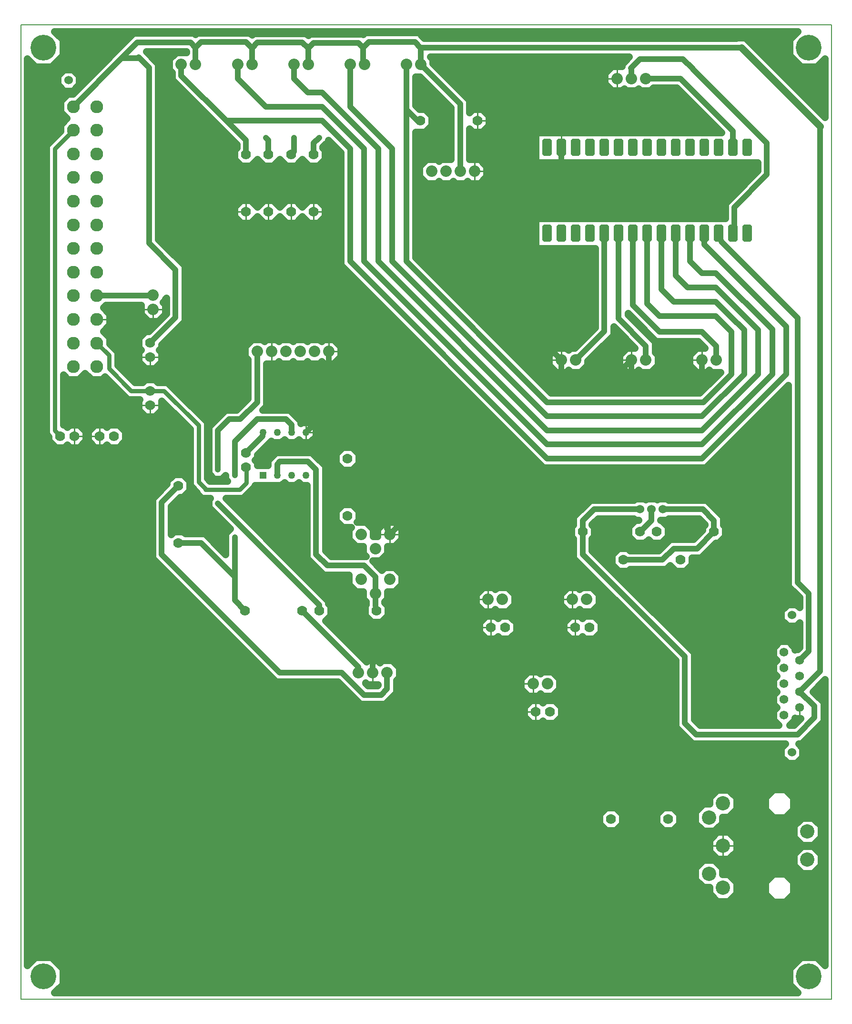
<source format=gbr>
G04 PROTEUS GERBER X2 FILE*
%TF.GenerationSoftware,Labcenter,Proteus,8.13-SP0-Build31525*%
%TF.CreationDate,2025-10-26T19:34:57+00:00*%
%TF.FileFunction,Copper,L2,Bot*%
%TF.FilePolarity,Positive*%
%TF.Part,Single*%
%TF.SameCoordinates,{9d0e3b42-97eb-446b-a350-d4abe811863b}*%
%FSLAX45Y45*%
%MOMM*%
G01*
%TA.AperFunction,Conductor*%
%ADD10C,1.016000*%
%ADD11C,1.270000*%
%ADD12C,0.762000*%
%TA.AperFunction,ViaPad*%
%ADD13C,0.762000*%
%TA.AperFunction,Conductor*%
%ADD14C,0.254000*%
%AMDIL005*
4,1,8,
-0.860000,1.195200,-0.555200,1.500000,0.555200,1.500000,0.860000,1.195200,0.860000,-1.195200,
0.555200,-1.500000,-0.555200,-1.500000,-0.860000,-1.195200,-0.860000,1.195200,
0*%
%TA.AperFunction,ComponentPad*%
%ADD15DIL005*%
%TA.AperFunction,ComponentPad*%
%ADD16C,2.032000*%
%ADD17C,1.778000*%
%TA.AperFunction,ComponentPad*%
%ADD18C,1.574800*%
%ADD19C,1.524000*%
%TA.AperFunction,ComponentPad*%
%ADD70R,1.270000X1.270000*%
%ADD71C,1.270000*%
%TA.AperFunction,ComponentPad*%
%ADD20C,2.540000*%
%TA.AperFunction,ComponentPad*%
%ADD21C,2.286000*%
%TA.AperFunction,OtherPad,Unknown*%
%ADD22C,4.572000*%
%TA.AperFunction,Profile*%
%ADD23C,0.203200*%
%TD.AperFunction*%
G36*
X+13057101Y+1942033D02*
X+13057101Y+1657967D01*
X+13257967Y+1457101D01*
X+13542033Y+1457101D01*
X+13688240Y+1603308D01*
X+13688240Y+563204D01*
X+12273646Y+1977798D01*
X+12126354Y+1977798D01*
X+12113655Y+1965099D01*
X+6568385Y+1965099D01*
X+6468385Y+2065099D01*
X+5511615Y+2065099D01*
X+5480000Y+2033484D01*
X+5468385Y+2045099D01*
X+4531615Y+2045099D01*
X+4504000Y+2017484D01*
X+4468385Y+2053099D01*
X+3531615Y+2053099D01*
X+3504000Y+2025484D01*
X+3468385Y+2061099D01*
X+2531614Y+2061099D01*
X+2504000Y+2033484D01*
X+2482284Y+2055200D01*
X+1401716Y+2055200D01*
X+325115Y+978599D01*
X+235311Y+978599D01*
X+101401Y+844689D01*
X+101401Y+655311D01*
X+216712Y+540000D01*
X+101401Y+424689D01*
X+101401Y+316925D01*
X-152399Y+63125D01*
X-152399Y-5063125D01*
X-103199Y-5112325D01*
X-103199Y-5184168D01*
X+15832Y-5303199D01*
X+184168Y-5303199D01*
X+227000Y-5260367D01*
X+269832Y-5303199D01*
X+438168Y-5303199D01*
X+557199Y-5184168D01*
X+557199Y-5015832D01*
X+438168Y-4896801D01*
X+269832Y-4896801D01*
X+227000Y-4939633D01*
X+184168Y-4896801D01*
X+152399Y-4896801D01*
X+152399Y-4015693D01*
X+235311Y-4098605D01*
X+424689Y-4098605D01*
X+540000Y-3983294D01*
X+655311Y-4098605D01*
X+844689Y-4098605D01*
X+895094Y-4048200D01*
X+1295294Y-4448399D01*
X+1514234Y-4448399D01*
X+1496801Y-4465832D01*
X+1496801Y-4634168D01*
X+1615832Y-4753199D01*
X+1784168Y-4753199D01*
X+1903199Y-4634168D01*
X+1903199Y-4473177D01*
X+2403309Y-4973287D01*
X+2403309Y-5979197D01*
X+2525520Y-6101408D01*
X+2525520Y-6117923D01*
X+2614794Y-6207197D01*
X+2759319Y-6207197D01*
X+2734902Y-6231614D01*
X+2734902Y-6368386D01*
X+3116516Y-6750000D01*
X+3034901Y-6831614D01*
X+3034901Y-7201417D01*
X+2668385Y-6834901D01*
X+2322268Y-6834901D01*
X+2284168Y-6796801D01*
X+2115832Y-6796801D01*
X+2065099Y-6847534D01*
X+2065099Y-6352385D01*
X+2230285Y-6187199D01*
X+2284168Y-6187199D01*
X+2403199Y-6068168D01*
X+2403199Y-5899832D01*
X+2284168Y-5780801D01*
X+2115832Y-5780801D01*
X+1996801Y-5899832D01*
X+1996801Y-5953715D01*
X+1734901Y-6215615D01*
X+1734901Y-7268385D01*
X+3931615Y-9465099D01*
X+5031615Y-9465099D01*
X+5431615Y-9865099D01*
X+5868385Y-9865099D01*
X+6073099Y-9660385D01*
X+6073099Y-9440228D01*
X+6123899Y-9389428D01*
X+6123899Y-9210572D01*
X+5997428Y-9084101D01*
X+5818572Y-9084101D01*
X+5781000Y-9121673D01*
X+5743428Y-9084101D01*
X+5564572Y-9084101D01*
X+5541078Y-9107594D01*
X+4810426Y-8376942D01*
X+4903199Y-8284168D01*
X+4903199Y-8115832D01*
X+4865099Y-8077732D01*
X+4865099Y-8031615D01*
X+3040681Y-6207197D01*
X+3348794Y-6207197D01*
X+3560279Y-5995712D01*
X+3560279Y-5977799D01*
X+3877799Y-5977799D01*
X+3877799Y-5975245D01*
X+3880353Y-5977799D01*
X+4027647Y-5977799D01*
X+4081000Y-5924446D01*
X+4134353Y-5977799D01*
X+4281647Y-5977799D01*
X+4335000Y-5924446D01*
X+4388353Y-5977799D01*
X+4480901Y-5977799D01*
X+4480901Y-7268385D01*
X+4777615Y-7565099D01*
X+5230101Y-7565099D01*
X+5230101Y-7735428D01*
X+5356572Y-7861899D01*
X+5484101Y-7861899D01*
X+5484101Y-7989428D01*
X+5534901Y-8040228D01*
X+5534901Y-8093732D01*
X+5512801Y-8115832D01*
X+5512801Y-8284168D01*
X+5631832Y-8403199D01*
X+5800168Y-8403199D01*
X+5919199Y-8284168D01*
X+5919199Y-8115832D01*
X+5865099Y-8061732D01*
X+5865099Y-8040228D01*
X+5915899Y-7989428D01*
X+5915899Y-7861899D01*
X+6043428Y-7861899D01*
X+6169899Y-7735428D01*
X+6169899Y-7556572D01*
X+6043428Y-7430101D01*
X+5864572Y-7430101D01*
X+5814078Y-7480594D01*
X+5649383Y-7315899D01*
X+5789428Y-7315899D01*
X+5915899Y-7189428D01*
X+5915899Y-7061899D01*
X+6043428Y-7061899D01*
X+6169899Y-6935428D01*
X+6169899Y-6756572D01*
X+6043428Y-6630101D01*
X+5864572Y-6630101D01*
X+5738101Y-6756572D01*
X+5738101Y-6884101D01*
X+5661899Y-6884101D01*
X+5661899Y-6756572D01*
X+5535428Y-6630101D01*
X+5373266Y-6630101D01*
X+5403199Y-6600168D01*
X+5403199Y-6431832D01*
X+5284168Y-6312801D01*
X+5115832Y-6312801D01*
X+4996801Y-6431832D01*
X+4996801Y-6600168D01*
X+5115832Y-6719199D01*
X+5267474Y-6719199D01*
X+5230101Y-6756572D01*
X+5230101Y-6935428D01*
X+5356572Y-7061899D01*
X+5484101Y-7061899D01*
X+5484101Y-7189428D01*
X+5529574Y-7234901D01*
X+4914385Y-7234901D01*
X+4811099Y-7131615D01*
X+4811099Y-5631615D01*
X+4568385Y-5388901D01*
X+3931615Y-5388901D01*
X+3788901Y-5531615D01*
X+3788901Y-5622201D01*
X+3603199Y-5622201D01*
X+3603199Y-5569832D01*
X+3560367Y-5527000D01*
X+3603199Y-5484168D01*
X+3603199Y-5430285D01*
X+3849019Y-5184465D01*
X+3880353Y-5215799D01*
X+4027647Y-5215799D01*
X+4081000Y-5162446D01*
X+4134353Y-5215799D01*
X+4281647Y-5215799D01*
X+4335000Y-5162446D01*
X+4388353Y-5215799D01*
X+4535647Y-5215799D01*
X+4639799Y-5111647D01*
X+4639799Y-4964353D01*
X+4535647Y-4860201D01*
X+4388353Y-4860201D01*
X+4373099Y-4875455D01*
X+4373099Y-4831615D01*
X+4176385Y-4634901D01*
X+3698584Y-4634901D01*
X+3765099Y-4568386D01*
X+3765099Y-3815899D01*
X+3943428Y-3815899D01*
X+3981000Y-3778327D01*
X+4018572Y-3815899D01*
X+4197428Y-3815899D01*
X+4235000Y-3778327D01*
X+4272572Y-3815899D01*
X+4451428Y-3815899D01*
X+4489000Y-3778327D01*
X+4526572Y-3815899D01*
X+4705428Y-3815899D01*
X+4743000Y-3778327D01*
X+4780572Y-3815899D01*
X+4959428Y-3815899D01*
X+5085899Y-3689428D01*
X+5085899Y-3510572D01*
X+4959428Y-3384101D01*
X+4780572Y-3384101D01*
X+4743000Y-3421673D01*
X+4705428Y-3384101D01*
X+4526572Y-3384101D01*
X+4489000Y-3421673D01*
X+4451428Y-3384101D01*
X+4272572Y-3384101D01*
X+4235000Y-3421673D01*
X+4197428Y-3384101D01*
X+4018572Y-3384101D01*
X+3981000Y-3421673D01*
X+3943428Y-3384101D01*
X+3764572Y-3384101D01*
X+3727000Y-3421673D01*
X+3689428Y-3384101D01*
X+3510572Y-3384101D01*
X+3384101Y-3510572D01*
X+3384101Y-3689428D01*
X+3434901Y-3740228D01*
X+3434901Y-4431615D01*
X+3231615Y-4634901D01*
X+3031615Y-4634901D01*
X+2734901Y-4931615D01*
X+2734901Y-5768386D01*
X+2831614Y-5865099D01*
X+2968386Y-5865099D01*
X+3034901Y-5798584D01*
X+3034901Y-5868386D01*
X+3068914Y-5902399D01*
X+2757559Y-5902399D01*
X+2708107Y-5852947D01*
X+2708107Y-4847037D01*
X+2004671Y-4143601D01*
X+1834968Y-4143601D01*
X+1784168Y-4092801D01*
X+1615832Y-4092801D01*
X+1565032Y-4143601D01*
X+1421544Y-4143601D01*
X+1119370Y-3841427D01*
X+1119370Y-3603846D01*
X+978599Y-3463075D01*
X+978599Y-3355311D01*
X+863288Y-3240000D01*
X+978599Y-3124689D01*
X+978599Y-2935311D01*
X+863288Y-2820000D01*
X+908189Y-2775099D01*
X+1534101Y-2775099D01*
X+1534101Y-2939428D01*
X+1660572Y-3065899D01*
X+1839428Y-3065899D01*
X+1965899Y-2939428D01*
X+1965899Y-2760572D01*
X+1928327Y-2723000D01*
X+1965899Y-2685428D01*
X+1965899Y-2667585D01*
X+1983705Y-2649779D01*
X+1983705Y-2928811D01*
X+1669715Y-3242801D01*
X+1615832Y-3242801D01*
X+1496801Y-3361832D01*
X+1496801Y-3530168D01*
X+1539633Y-3573000D01*
X+1496801Y-3615832D01*
X+1496801Y-3784168D01*
X+1615832Y-3903199D01*
X+1784168Y-3903199D01*
X+1903199Y-3784168D01*
X+1903199Y-3615832D01*
X+1860367Y-3573000D01*
X+1903199Y-3530168D01*
X+1903199Y-3476285D01*
X+2313903Y-3065581D01*
X+2313903Y-2076857D01*
X+1844139Y-1607093D01*
X+1844139Y+1509835D01*
X+1628972Y+1725002D01*
X+2338901Y+1725002D01*
X+2338901Y+1715899D01*
X+2160572Y+1715899D01*
X+2034101Y+1589428D01*
X+2034101Y+1410572D01*
X+2084901Y+1359772D01*
X+2084901Y+1231614D01*
X+2181615Y+1134901D01*
X+3234901Y+81615D01*
X+3234901Y+22268D01*
X+3196801Y-15832D01*
X+3196801Y-184168D01*
X+3315832Y-303199D01*
X+3484168Y-303199D01*
X+3600000Y-187367D01*
X+3715832Y-303199D01*
X+3884168Y-303199D01*
X+4000000Y-187367D01*
X+4115832Y-303199D01*
X+4284168Y-303199D01*
X+4400000Y-187367D01*
X+4515832Y-303199D01*
X+4684168Y-303199D01*
X+4803199Y-184168D01*
X+4803199Y-15832D01*
X+4765099Y+22268D01*
X+4765099Y+31615D01*
X+4865098Y+131614D01*
X+4865098Y+151418D01*
X+5084901Y-68385D01*
X+5084901Y-2068385D01*
X+8681615Y-5665099D01*
X+11568385Y-5665099D01*
X+13034901Y-4198583D01*
X+13034901Y-7768385D01*
X+13234901Y-7968385D01*
X+13234901Y-8146295D01*
X+13178907Y-8090301D01*
X+13021093Y-8090301D01*
X+12909501Y-8201893D01*
X+12909501Y-8359707D01*
X+13021093Y-8471299D01*
X+13178907Y-8471299D01*
X+13234901Y-8415305D01*
X+13234901Y-8852215D01*
X+13199255Y-8887861D01*
X+13159741Y-8887861D01*
X+13153339Y-8894263D01*
X+13153339Y-8861241D01*
X+13040259Y-8748161D01*
X+12880341Y-8748161D01*
X+12767261Y-8861241D01*
X+12767261Y-9021159D01*
X+12827002Y-9080900D01*
X+12767261Y-9140641D01*
X+12767261Y-9300559D01*
X+12827002Y-9360300D01*
X+12767261Y-9420041D01*
X+12767261Y-9579959D01*
X+12827002Y-9639700D01*
X+12767261Y-9699441D01*
X+12767261Y-9859359D01*
X+12827002Y-9919100D01*
X+12767261Y-9978841D01*
X+12767261Y-10138759D01*
X+12863403Y-10234901D01*
X+11468385Y-10234901D01*
X+11365099Y-10131615D01*
X+11365099Y-8947615D01*
X+9549099Y-7131615D01*
X+9549099Y-6922268D01*
X+9587199Y-6884168D01*
X+9587199Y-6715832D01*
X+9549099Y-6677732D01*
X+9549099Y-6668385D01*
X+9652385Y-6565099D01*
X+10292493Y-6565099D01*
X+10317893Y-6590499D01*
X+10376017Y-6590499D01*
X+10369715Y-6596801D01*
X+10315832Y-6596801D01*
X+10196801Y-6715832D01*
X+10196801Y-6884168D01*
X+10315832Y-7003199D01*
X+10484168Y-7003199D01*
X+10550000Y-6937367D01*
X+10615832Y-7003199D01*
X+10784168Y-7003199D01*
X+10903199Y-6884168D01*
X+10903199Y-6715832D01*
X+10784168Y-6596801D01*
X+10765099Y-6596801D01*
X+10765099Y-6590499D01*
X+10882107Y-6590499D01*
X+10907507Y-6565099D01*
X+11447615Y-6565099D01*
X+11550901Y-6668385D01*
X+11550901Y-6677732D01*
X+11512801Y-6715832D01*
X+11512801Y-6769715D01*
X+11347615Y-6934901D01*
X+10931614Y-6934901D01*
X+10731615Y-7134901D01*
X+10222268Y-7134901D01*
X+10184168Y-7096801D01*
X+10015832Y-7096801D01*
X+9896801Y-7215832D01*
X+9896801Y-7384168D01*
X+10015832Y-7503199D01*
X+10184168Y-7503199D01*
X+10222268Y-7465099D01*
X+10868385Y-7465099D01*
X+10931058Y-7402426D01*
X+11031832Y-7503199D01*
X+11200168Y-7503199D01*
X+11319199Y-7384168D01*
X+11319199Y-7265099D01*
X+11484385Y-7265099D01*
X+11746285Y-7003199D01*
X+11800168Y-7003199D01*
X+11919199Y-6884168D01*
X+11919199Y-6715832D01*
X+11881099Y-6677732D01*
X+11881099Y-6531615D01*
X+11584385Y-6234901D01*
X+10907507Y-6234901D01*
X+10882107Y-6209501D01*
X+10724293Y-6209501D01*
X+10701600Y-6232194D01*
X+10678907Y-6209501D01*
X+10521093Y-6209501D01*
X+10498400Y-6232194D01*
X+10475707Y-6209501D01*
X+10317893Y-6209501D01*
X+10292493Y-6234901D01*
X+9515615Y-6234901D01*
X+9218901Y-6531615D01*
X+9218901Y-6677732D01*
X+9180801Y-6715832D01*
X+9180801Y-6884168D01*
X+9218901Y-6922268D01*
X+9218901Y-7268385D01*
X+11034901Y-9084385D01*
X+11034901Y-10268385D01*
X+11331615Y-10565099D01*
X+12984695Y-10565099D01*
X+12909501Y-10640293D01*
X+12909501Y-10798107D01*
X+13021093Y-10909699D01*
X+13178907Y-10909699D01*
X+13290499Y-10798107D01*
X+13290499Y-10640293D01*
X+13215305Y-10565099D01*
X+13268385Y-10565099D01*
X+13665099Y-10168385D01*
X+13665099Y-9831615D01*
X+13473184Y-9639700D01*
X+13688240Y-9424645D01*
X+13688240Y-14503308D01*
X+13542033Y-14357101D01*
X+13257967Y-14357101D01*
X+13057101Y-14557967D01*
X+13057101Y-14842033D01*
X+13203308Y-14988240D01*
X-3308Y-14988240D01*
X+142899Y-14842033D01*
X+142899Y-14557967D01*
X-57967Y-14357101D01*
X-342033Y-14357101D01*
X-488240Y-14503308D01*
X-488240Y+1603308D01*
X-342033Y+1457101D01*
X-57967Y+1457101D01*
X+142899Y+1657967D01*
X+142899Y+1942033D01*
X-3308Y+2088240D01*
X+13203308Y+2088240D01*
X+13057101Y+1942033D01*
G37*
%LPC*%
G36*
X+4803199Y-1031832D02*
X+4803199Y-1200168D01*
X+4684168Y-1319199D01*
X+4515832Y-1319199D01*
X+4400000Y-1203367D01*
X+4284168Y-1319199D01*
X+4115832Y-1319199D01*
X+4000000Y-1203367D01*
X+3884168Y-1319199D01*
X+3715832Y-1319199D01*
X+3600000Y-1203367D01*
X+3484168Y-1319199D01*
X+3315832Y-1319199D01*
X+3196801Y-1200168D01*
X+3196801Y-1031832D01*
X+3315832Y-912801D01*
X+3484168Y-912801D01*
X+3600000Y-1028633D01*
X+3715832Y-912801D01*
X+3884168Y-912801D01*
X+4000000Y-1028633D01*
X+4115832Y-912801D01*
X+4284168Y-912801D01*
X+4400000Y-1028633D01*
X+4515832Y-912801D01*
X+4684168Y-912801D01*
X+4803199Y-1031832D01*
G37*
G36*
X+8169899Y-7910572D02*
X+8169899Y-8089428D01*
X+8043428Y-8215899D01*
X+7864572Y-8215899D01*
X+7827000Y-8178327D01*
X+7789428Y-8215899D01*
X+7610572Y-8215899D01*
X+7484101Y-8089428D01*
X+7484101Y-7910572D01*
X+7610572Y-7784101D01*
X+7789428Y-7784101D01*
X+7827000Y-7821673D01*
X+7864572Y-7784101D01*
X+8043428Y-7784101D01*
X+8169899Y-7910572D01*
G37*
G36*
X+9669899Y-7910572D02*
X+9669899Y-8089428D01*
X+9543428Y-8215899D01*
X+9364572Y-8215899D01*
X+9327000Y-8178327D01*
X+9289428Y-8215899D01*
X+9110572Y-8215899D01*
X+8984101Y-8089428D01*
X+8984101Y-7910572D01*
X+9110572Y-7784101D01*
X+9289428Y-7784101D01*
X+9327000Y-7821673D01*
X+9364572Y-7784101D01*
X+9543428Y-7784101D01*
X+9669899Y-7910572D01*
G37*
G36*
X+8969899Y-9410572D02*
X+8969899Y-9589428D01*
X+8843428Y-9715899D01*
X+8664572Y-9715899D01*
X+8627000Y-9678327D01*
X+8589428Y-9715899D01*
X+8410572Y-9715899D01*
X+8284101Y-9589428D01*
X+8284101Y-9410572D01*
X+8410572Y-9284101D01*
X+8589428Y-9284101D01*
X+8627000Y-9321673D01*
X+8664572Y-9284101D01*
X+8843428Y-9284101D01*
X+8969899Y-9410572D01*
G37*
G36*
X+12116299Y-11525051D02*
X+12116299Y-11724949D01*
X+11974949Y-11866299D01*
X+11866299Y-11866299D01*
X+11866299Y-11974949D01*
X+11724949Y-12116299D01*
X+11525051Y-12116299D01*
X+11383701Y-11974949D01*
X+11383701Y-11775051D01*
X+11525051Y-11633701D01*
X+11633701Y-11633701D01*
X+11633701Y-11525051D01*
X+11775051Y-11383701D01*
X+11974949Y-11383701D01*
X+12116299Y-11525051D01*
G37*
G36*
X+11974949Y-12616299D02*
X+11775051Y-12616299D01*
X+11633701Y-12474949D01*
X+11633701Y-12275051D01*
X+11775051Y-12133701D01*
X+11974949Y-12133701D01*
X+12116299Y-12275051D01*
X+12116299Y-12474949D01*
X+11974949Y-12616299D01*
G37*
G36*
X+11866299Y-12775051D02*
X+11866299Y-12883701D01*
X+11974949Y-12883701D01*
X+12116299Y-13025051D01*
X+12116299Y-13224949D01*
X+11974949Y-13366299D01*
X+11775051Y-13366299D01*
X+11633701Y-13224949D01*
X+11633701Y-13116299D01*
X+11525051Y-13116299D01*
X+11383701Y-12974949D01*
X+11383701Y-12775051D01*
X+11525051Y-12633701D01*
X+11724949Y-12633701D01*
X+11866299Y-12775051D01*
G37*
G36*
X+13474949Y-12866299D02*
X+13275051Y-12866299D01*
X+13133701Y-12724949D01*
X+13133701Y-12525051D01*
X+13275051Y-12383701D01*
X+13474949Y-12383701D01*
X+13616299Y-12525051D01*
X+13616299Y-12724949D01*
X+13474949Y-12866299D01*
G37*
G36*
X+13474949Y-12366299D02*
X+13275051Y-12366299D01*
X+13133701Y-12224949D01*
X+13133701Y-12025051D01*
X+13275051Y-11883701D01*
X+13474949Y-11883701D01*
X+13616299Y-12025051D01*
X+13616299Y-12224949D01*
X+13474949Y-12366299D01*
G37*
G36*
X+12979216Y-13376599D02*
X+12770784Y-13376599D01*
X+12623401Y-13229216D01*
X+12623401Y-13020784D01*
X+12770784Y-12873401D01*
X+12979216Y-12873401D01*
X+13126599Y-13020784D01*
X+13126599Y-13229216D01*
X+12979216Y-13376599D01*
G37*
G36*
X+12979216Y-11876599D02*
X+12770784Y-11876599D01*
X+12623401Y-11729216D01*
X+12623401Y-11520784D01*
X+12770784Y-11373401D01*
X+12979216Y-11373401D01*
X+13126599Y-11520784D01*
X+13126599Y-11729216D01*
X+12979216Y-11876599D01*
G37*
G36*
X+5115832Y-5296801D02*
X+5284168Y-5296801D01*
X+5403199Y-5415832D01*
X+5403199Y-5584168D01*
X+5284168Y-5703199D01*
X+5115832Y-5703199D01*
X+4996801Y-5584168D01*
X+4996801Y-5415832D01*
X+5115832Y-5296801D01*
G37*
G36*
X+11103199Y-11815832D02*
X+11103199Y-11984168D01*
X+10984168Y-12103199D01*
X+10815832Y-12103199D01*
X+10696801Y-11984168D01*
X+10696801Y-11815832D01*
X+10815832Y-11696801D01*
X+10984168Y-11696801D01*
X+11103199Y-11815832D01*
G37*
G36*
X+10087199Y-11815832D02*
X+10087199Y-11984168D01*
X+9968168Y-12103199D01*
X+9799832Y-12103199D01*
X+9680801Y-11984168D01*
X+9680801Y-11815832D01*
X+9799832Y-11696801D01*
X+9968168Y-11696801D01*
X+10087199Y-11815832D01*
G37*
G36*
X+8203199Y-8415832D02*
X+8203199Y-8584168D01*
X+8084168Y-8703199D01*
X+7915832Y-8703199D01*
X+7873000Y-8660367D01*
X+7830168Y-8703199D01*
X+7661832Y-8703199D01*
X+7542801Y-8584168D01*
X+7542801Y-8415832D01*
X+7661832Y-8296801D01*
X+7830168Y-8296801D01*
X+7873000Y-8339633D01*
X+7915832Y-8296801D01*
X+8084168Y-8296801D01*
X+8203199Y-8415832D01*
G37*
G36*
X+9003199Y-9915832D02*
X+9003199Y-10084168D01*
X+8884168Y-10203199D01*
X+8715832Y-10203199D01*
X+8673000Y-10160367D01*
X+8630168Y-10203199D01*
X+8461832Y-10203199D01*
X+8342801Y-10084168D01*
X+8342801Y-9915832D01*
X+8461832Y-9796801D01*
X+8630168Y-9796801D01*
X+8673000Y-9839633D01*
X+8715832Y-9796801D01*
X+8884168Y-9796801D01*
X+9003199Y-9915832D01*
G37*
G36*
X+9703199Y-8415832D02*
X+9703199Y-8584168D01*
X+9584168Y-8703199D01*
X+9415832Y-8703199D01*
X+9373000Y-8660367D01*
X+9330168Y-8703199D01*
X+9161832Y-8703199D01*
X+9042801Y-8584168D01*
X+9042801Y-8415832D01*
X+9161832Y-8296801D01*
X+9330168Y-8296801D01*
X+9373000Y-8339633D01*
X+9415832Y-8296801D01*
X+9584168Y-8296801D01*
X+9703199Y-8415832D01*
G37*
G36*
X+167093Y+1410499D02*
X+324907Y+1410499D01*
X+436499Y+1298907D01*
X+436499Y+1141093D01*
X+324907Y+1029501D01*
X+167093Y+1029501D01*
X+55501Y+1141093D01*
X+55501Y+1298907D01*
X+167093Y+1410499D01*
G37*
G36*
X+1257199Y-5015832D02*
X+1257199Y-5184168D01*
X+1138168Y-5303199D01*
X+969832Y-5303199D01*
X+927000Y-5260367D01*
X+884168Y-5303199D01*
X+715832Y-5303199D01*
X+596801Y-5184168D01*
X+596801Y-5015832D01*
X+715832Y-4896801D01*
X+884168Y-4896801D01*
X+927000Y-4939633D01*
X+969832Y-4896801D01*
X+1138168Y-4896801D01*
X+1257199Y-5015832D01*
G37*
%LPD*%
G36*
X+10125258Y+1552779D02*
X+10076901Y+1504422D01*
X+10076901Y+1465899D01*
X+9902572Y+1465899D01*
X+9776101Y+1339428D01*
X+9776101Y+1160572D01*
X+9902572Y+1034101D01*
X+10081428Y+1034101D01*
X+10119000Y+1071673D01*
X+10156572Y+1034101D01*
X+10335428Y+1034101D01*
X+10373000Y+1071673D01*
X+10410572Y+1034101D01*
X+10589428Y+1034101D01*
X+10640228Y+1084901D01*
X+11051560Y+1084901D01*
X+11848162Y+288299D01*
X+8549701Y+288299D01*
X+8549701Y-240299D01*
X+12489901Y-240299D01*
X+12489901Y-391170D01*
X+11911345Y-969726D01*
X+11911345Y-1235701D01*
X+8549701Y-1235701D01*
X+8549701Y-1764299D01*
X+9600901Y-1764299D01*
X+9600901Y-3169615D01*
X+9236415Y-3534101D01*
X+9164572Y-3534101D01*
X+9127000Y-3571673D01*
X+9089428Y-3534101D01*
X+8910572Y-3534101D01*
X+8784101Y-3660572D01*
X+8784101Y-3839428D01*
X+8910572Y-3965899D01*
X+9089428Y-3965899D01*
X+9127000Y-3928327D01*
X+9164572Y-3965899D01*
X+9343428Y-3965899D01*
X+9469899Y-3839428D01*
X+9469899Y-3767585D01*
X+9931099Y-3306385D01*
X+9931099Y-3160583D01*
X+10304617Y-3534101D01*
X+10160572Y-3534101D01*
X+10034101Y-3660572D01*
X+10034101Y-3839428D01*
X+10160572Y-3965899D01*
X+10339428Y-3965899D01*
X+10377000Y-3928327D01*
X+10414572Y-3965899D01*
X+10593428Y-3965899D01*
X+10719899Y-3839428D01*
X+10719899Y-3660572D01*
X+10669099Y-3609772D01*
X+10669099Y-3431615D01*
X+10185098Y-2947614D01*
X+10185098Y-2918582D01*
X+10681615Y-3415099D01*
X+11435615Y-3415099D01*
X+11554617Y-3534101D01*
X+11410572Y-3534101D01*
X+11284101Y-3660572D01*
X+11284101Y-3839428D01*
X+11410572Y-3965899D01*
X+11589428Y-3965899D01*
X+11627000Y-3928327D01*
X+11664572Y-3965899D01*
X+11828617Y-3965899D01*
X+11459615Y-4334901D01*
X+8818385Y-4334901D01*
X+6415099Y-1931615D01*
X+6415099Y+297534D01*
X+6415832Y+296801D01*
X+6584168Y+296801D01*
X+6703199Y+415832D01*
X+6703199Y+584168D01*
X+6584168Y+703199D01*
X+6480285Y+703199D01*
X+6415099Y+768386D01*
X+6415099Y+1284101D01*
X+6486415Y+1284101D01*
X+7042901Y+727615D01*
X+7042901Y-184101D01*
X+6864572Y-184101D01*
X+6827000Y-221673D01*
X+6789428Y-184101D01*
X+6610572Y-184101D01*
X+6484101Y-310572D01*
X+6484101Y-489428D01*
X+6610572Y-615899D01*
X+6789428Y-615899D01*
X+6827000Y-578327D01*
X+6864572Y-615899D01*
X+7043428Y-615899D01*
X+7081000Y-578327D01*
X+7118572Y-615899D01*
X+7297428Y-615899D01*
X+7335000Y-578327D01*
X+7372572Y-615899D01*
X+7551428Y-615899D01*
X+7677899Y-489428D01*
X+7677899Y-310572D01*
X+7551428Y-184101D01*
X+7373099Y-184101D01*
X+7373099Y+355534D01*
X+7431832Y+296801D01*
X+7600168Y+296801D01*
X+7719199Y+415832D01*
X+7719199Y+584168D01*
X+7600168Y+703199D01*
X+7431832Y+703199D01*
X+7373099Y+644466D01*
X+7373099Y+864385D01*
X+6719899Y+1517585D01*
X+6719899Y+1589428D01*
X+6674426Y+1634901D01*
X+10207380Y+1634901D01*
X+10125258Y+1552779D01*
G37*
G36*
X+5564572Y-9515899D02*
X+5742901Y-9515899D01*
X+5742901Y-9523615D01*
X+5731615Y-9534901D01*
X+5568385Y-9534901D01*
X+5519406Y-9485922D01*
X+5527000Y-9478327D01*
X+5564572Y-9515899D01*
G37*
G36*
X+13159741Y-10112139D02*
X+13254377Y-10112139D01*
X+13131615Y-10234901D01*
X+13057197Y-10234901D01*
X+13153339Y-10138759D01*
X+13153339Y-10105737D01*
X+13159741Y-10112139D01*
G37*
D10*
X+9254000Y-3750000D02*
X+9766000Y-3238000D01*
X+9766000Y-1500000D01*
X+10504000Y-3750000D02*
X+10504000Y-3500000D01*
X+10020000Y-3016000D01*
X+10020000Y-1500000D01*
X+11754000Y-3750000D02*
X+11754000Y-3500000D01*
X+11504000Y-3250000D01*
X+10750000Y-3250000D01*
X+10274000Y-2774000D01*
X+10274000Y-1500000D01*
X+9000000Y-3750000D02*
X+9000000Y-4000000D01*
X+9250000Y-4250000D01*
X+9750000Y-4250000D01*
X+10000000Y-4000000D01*
X+10250000Y-3750000D01*
X+8750000Y-3500000D02*
X+8500000Y-3250000D01*
X+8500000Y-750000D01*
X+8750000Y-500000D01*
X+9004000Y-246000D01*
X+9004000Y+24000D01*
X+9000000Y-3750000D02*
X+8750000Y-3500000D01*
X+10782000Y-1500000D02*
X+10782000Y-2500000D01*
X+11000000Y-2718000D01*
X+11750000Y-2718000D01*
X+12000000Y-2968000D01*
X+12250000Y-3218000D01*
X+12250000Y-4000000D01*
X+13000000Y-3250000D02*
X+13000000Y-3156000D01*
X+11544000Y-1700000D01*
X+11544000Y-1500000D02*
X+11544000Y-1700000D01*
X+3504000Y+1792000D02*
X+3504000Y+1500000D01*
X+3504000Y+1792000D02*
X+3600000Y+1888000D01*
X+4300000Y+1888000D01*
X+4400000Y+1888000D01*
X+4504000Y+1784000D01*
X+4504000Y+1500000D01*
X+4504000Y+1784000D02*
X+4600000Y+1880000D01*
X+5400000Y+1880000D01*
X+5480000Y+1800000D01*
X+5480000Y+1601600D01*
X+5504000Y+1500000D01*
X+2900000Y+1896000D02*
X+3000000Y+1896000D01*
X+3300000Y+1896000D01*
X+3400000Y+1896000D01*
X+3504000Y+1792000D01*
X+2250000Y+1500000D02*
X+2250000Y+1300000D01*
X+3050000Y+500000D02*
X+3400000Y+150000D01*
X+3400000Y-100000D01*
X+2250000Y+1300000D02*
X+3050000Y+500000D01*
X+3250000Y+500000D01*
X+3500000Y+1000000D02*
X+3250000Y+1250000D01*
X+3250000Y+1500000D01*
X+3750000Y+200000D02*
X+3800000Y+150000D01*
X+3800000Y-100000D01*
X+4250000Y+750000D02*
X+3750000Y+750000D01*
X+3500000Y+1000000D01*
X+4250000Y+200000D02*
X+4250000Y-50000D01*
X+4200000Y-100000D01*
X+4250000Y+1250000D02*
X+4250000Y+1500000D01*
X+4700000Y+200000D02*
X+4600000Y+100000D01*
X+4600000Y-100000D01*
X+5250000Y+750000D02*
X+5250000Y+1500000D01*
X+6250000Y+700000D02*
X+6450000Y+500000D01*
X+6500000Y+500000D01*
X+6250000Y+500000D02*
X+6250000Y+700000D01*
X+6250000Y+1500000D01*
X+6250000Y+300000D02*
X+6250000Y+500000D01*
X+2504000Y+1500000D02*
X+2504000Y+1700000D01*
X+10250000Y-3750000D02*
X+10250000Y-4000000D01*
X+10500000Y-4250000D01*
X+11250000Y-4250000D01*
X+11300000Y-4200000D01*
X+11500000Y-4000000D01*
X+11500000Y-3750000D01*
X+5480000Y+1800000D02*
X+5580000Y+1900000D01*
X+6300000Y+1900000D01*
X+6400000Y+1900000D01*
X+6500000Y+1800000D01*
X+6504000Y+1796000D01*
X+6504000Y+1500000D01*
X+13239700Y-9639700D02*
X+13589700Y-9289700D01*
X+13600000Y-9279400D01*
X+4462000Y-5038000D02*
X+4870000Y-4630000D01*
X+4870000Y-3600000D02*
X+4870000Y-4630000D01*
X+5954000Y-6846000D02*
X+5900000Y-6744400D01*
X+5900000Y-5660000D01*
X+4870000Y-4630000D01*
X+3954000Y-5800000D02*
X+3954000Y-5600000D01*
X+4000000Y-5554000D01*
X+4500000Y-5554000D01*
X+4646000Y-5700000D01*
X+4646000Y-7200000D01*
X+4846000Y-7400000D01*
X+5500000Y-7400000D01*
X+5700000Y-7600000D01*
X+5700000Y-7900000D01*
X+5700000Y-8111100D01*
X+5716000Y-8200000D01*
X+2900000Y-6300000D02*
X+4700000Y-8100000D01*
X+4700000Y-8200000D01*
X+4208000Y-5038000D02*
X+4208000Y-4900000D01*
X+4108000Y-4800000D01*
X+3600000Y-4800000D01*
X+3200000Y-5200000D01*
X+3200000Y-5800000D01*
X+3600000Y-4500000D02*
X+3300000Y-4800000D01*
X+3600000Y-3600000D02*
X+3600000Y-4500000D01*
X+3300000Y-4800000D02*
X+3100000Y-4800000D01*
X+2900000Y-5000000D01*
X+2900000Y-5700000D01*
X+3200000Y-7600000D02*
X+3000000Y-7400000D01*
X+2600000Y-7000000D01*
X+2200000Y-7000000D01*
X+3200000Y-6900000D02*
X+3200000Y-7600000D01*
X+3200000Y-8016000D01*
X+3384000Y-8200000D01*
X+5954000Y-6846000D02*
X+6100000Y-6700000D01*
X+6300000Y-6700000D01*
X+6400000Y-6800000D01*
X+6400000Y-8400000D01*
X+5746000Y-9054000D02*
X+5654000Y-9146000D01*
X+5654000Y-9300000D01*
X+6400000Y-8400000D02*
X+5746000Y-9054000D01*
X+5100000Y-9300000D02*
X+5500000Y-9700000D01*
X+5800000Y-9700000D01*
X+5908000Y-9592000D01*
X+5908000Y-9300000D01*
X+2200000Y-5984000D02*
X+1900000Y-6284000D01*
X+1900000Y-7200000D01*
X+3900000Y-9200000D01*
X+4000000Y-9300000D01*
X+5100000Y-9300000D01*
X+4400000Y-8200000D02*
X+5398400Y-9198400D01*
X+5400000Y-9300000D01*
X+3400000Y-5400000D02*
X+3698500Y-5101500D01*
X+3700000Y-5038000D01*
X+13239700Y-9080900D02*
X+13400000Y-8920600D01*
X+13400000Y-7900000D01*
X+13200000Y-3000000D02*
X+11850000Y-1650000D01*
X+11798000Y-1500000D01*
D11*
X+12200000Y+1800000D02*
X+13600000Y+400000D01*
D10*
X+13600000Y-9279400D02*
X+13600000Y+400000D01*
X+12200000Y+1800000D02*
X+6500000Y+1800000D01*
X+13400000Y-7900000D02*
X+13200000Y-7700000D01*
X+13200000Y-5000000D01*
X+13200000Y-3000000D01*
X+11290000Y-1500000D02*
X+11290000Y-2000000D01*
X+11500000Y-2210000D01*
X+11750000Y-2210000D01*
X+12750000Y-3210000D01*
X+12750000Y-4000000D01*
X+11500000Y-5250000D01*
X+8750000Y-5250000D01*
X+5500000Y-2000000D01*
X+5500000Y+0D01*
X+4750000Y+750000D01*
X+4500000Y+750000D01*
X+4250000Y+750000D01*
X+13000000Y-3250000D02*
X+13000000Y-4000000D01*
X+11500000Y-5500000D01*
X+8750000Y-5500000D01*
X+5250000Y-2000000D01*
X+5250000Y+0D01*
X+4750000Y+500000D01*
X+3250000Y+500000D01*
X+11036000Y-1500000D02*
X+11036000Y-2250000D01*
X+11250000Y-2464000D01*
X+11750000Y-2464000D01*
X+12500000Y-3214000D01*
X+12500000Y-4000000D01*
X+11500000Y-5000000D01*
X+8750000Y-5000000D01*
X+5750000Y-2000000D01*
X+5750000Y+0D01*
X+4750000Y+1000000D01*
X+4500000Y+1000000D01*
X+4250000Y+1250000D01*
X+12250000Y-4000000D02*
X+11500000Y-4750000D01*
X+8750000Y-4750000D01*
X+6000000Y-2000000D01*
X+6000000Y+0D01*
X+5250000Y+750000D01*
X+10528000Y-1500000D02*
X+10528000Y-2750000D01*
X+10750000Y-2972000D01*
X+11750000Y-2972000D01*
X+12028000Y-3250000D01*
X+12028000Y-4000000D01*
X+11528000Y-4500000D01*
X+8750000Y-4500000D01*
X+6250000Y-2000000D01*
X+6250000Y+300000D01*
X+11716000Y-6800000D02*
X+11716000Y-6600000D01*
X+11516000Y-6400000D01*
X+10803200Y-6400000D01*
X+10400000Y-6800000D02*
X+10500000Y-6700000D01*
X+10600000Y-6600000D01*
X+10600000Y-6400000D01*
X+9384000Y-6800000D02*
X+9384000Y-6600000D01*
X+9584000Y-6400000D01*
X+10396800Y-6400000D01*
X+10100000Y-7300000D02*
X+10800000Y-7300000D01*
X+11000000Y-7100000D01*
X+11416000Y-7100000D01*
X+11716000Y-6800000D01*
X+9384000Y-6800000D02*
X+9384000Y-7200000D01*
X+11200000Y-9016000D01*
X+11200000Y-10200000D01*
X+11400000Y-10400000D01*
X+13200000Y-10400000D01*
X+13500000Y-10100000D01*
X+13500000Y-9900000D01*
X+13239700Y-9639700D01*
X+2600000Y+1896000D02*
X+2900000Y+1896000D01*
X+10500000Y+1250000D02*
X+11119945Y+1250000D01*
X+12052000Y+317945D01*
X+12052000Y+24000D01*
X+10246000Y+1250000D02*
X+10246000Y+1432037D01*
X+10242000Y+1436037D01*
X+10401925Y+1595962D01*
X+11083962Y+1595962D01*
X+11163926Y+1595962D01*
X+11328555Y+1431333D01*
X+11352074Y+1407814D01*
X+12655000Y+104888D01*
X+12655000Y-459555D01*
X+12076444Y-1038111D01*
X+12076444Y-1475556D01*
X+12052000Y-1500000D01*
X+2504000Y+1700000D02*
X+2504000Y+1800000D01*
X+2600000Y+1896000D01*
X+750000Y-2610000D02*
X+1790000Y-2610000D01*
X+1800000Y-2600000D01*
X+1750000Y-2596000D01*
X+1190000Y+1610000D02*
X+1470472Y+1610000D01*
X+1490481Y+1630009D01*
X+1679040Y+1441450D01*
X+1679040Y+1341624D01*
X+1679040Y-1675478D01*
X+2148804Y-2145242D01*
X+2148804Y-2997196D01*
X+1700000Y-3446000D01*
X+330000Y+750000D02*
X+1190000Y+1610000D01*
X+1470101Y+1890101D01*
X+2320346Y+1890101D01*
X+2413899Y+1890101D01*
X+2504000Y+1800000D01*
D12*
X+750000Y-3450000D02*
X+966971Y-3666971D01*
X+966971Y-3904552D01*
X+1358419Y-4296000D01*
X+1700000Y-4296000D01*
X+1941546Y-4296000D01*
X+2555708Y-4910162D01*
X+2555708Y-5916072D01*
X+2677919Y-6038283D01*
X+2677919Y-6054798D01*
X+3285669Y-6054798D01*
X+3407880Y-5932587D01*
X+3407880Y-5661880D01*
X+3400000Y-5654000D01*
X+330000Y+330000D02*
X+0Y+0D01*
X+0Y-4700000D01*
X+0Y-5000000D01*
X+100000Y-5100000D01*
D10*
X+7208000Y-400000D02*
X+7208000Y+796000D01*
X+6504000Y+1500000D01*
D13*
X+3750000Y+750000D03*
X+3750000Y+200000D03*
X+4250000Y+1250000D03*
X+4250000Y+200000D03*
X+5250000Y+750000D03*
X+4700000Y+200000D03*
X+2900000Y-5700000D03*
X+2900000Y-6300000D03*
X+3200000Y-5800000D03*
X+3200000Y-6900000D03*
D11*
X+13057101Y+1942033D02*
X+13057101Y+1657967D01*
X+13257967Y+1457101D01*
X+13542033Y+1457101D01*
X+13688240Y+1603308D01*
X+13688240Y+563204D01*
X+12273646Y+1977798D01*
X+12126354Y+1977798D01*
X+12113655Y+1965099D01*
X+6568385Y+1965099D01*
X+6468385Y+2065099D01*
X+5511615Y+2065099D01*
X+5480000Y+2033484D01*
X+5468385Y+2045099D01*
X+4531615Y+2045099D01*
X+4504000Y+2017484D01*
X+4468385Y+2053099D01*
X+3531615Y+2053099D01*
X+3504000Y+2025484D01*
X+3468385Y+2061099D01*
X+2531614Y+2061099D01*
X+2504000Y+2033484D01*
X+2482284Y+2055200D01*
X+1401716Y+2055200D01*
X+325115Y+978599D01*
X+235311Y+978599D01*
X+101401Y+844689D01*
X+101401Y+655311D01*
X+216712Y+540000D01*
X+101401Y+424689D01*
X+101401Y+316925D01*
X-152399Y+63125D01*
X-152399Y-5063125D01*
X-103199Y-5112325D01*
X-103199Y-5184168D01*
X+15832Y-5303199D01*
X+184168Y-5303199D01*
X+227000Y-5260367D01*
X+269832Y-5303199D01*
X+438168Y-5303199D01*
X+557199Y-5184168D01*
X+557199Y-5015832D01*
X+438168Y-4896801D01*
X+269832Y-4896801D01*
X+227000Y-4939633D01*
X+184168Y-4896801D01*
X+152399Y-4896801D01*
X+152399Y-4015693D01*
X+235311Y-4098605D01*
X+424689Y-4098605D01*
X+540000Y-3983294D01*
X+655311Y-4098605D01*
X+844689Y-4098605D01*
X+895094Y-4048200D01*
X+1295294Y-4448399D01*
X+1514234Y-4448399D01*
X+1496801Y-4465832D01*
X+1496801Y-4634168D01*
X+1615832Y-4753199D01*
X+1784168Y-4753199D01*
X+1903199Y-4634168D01*
X+1903199Y-4473177D01*
X+2403309Y-4973287D01*
X+2403309Y-5979197D01*
X+2525520Y-6101408D01*
X+2525520Y-6117923D01*
X+2614794Y-6207197D01*
X+2759319Y-6207197D01*
X+2734902Y-6231614D01*
X+2734902Y-6368386D01*
X+3116516Y-6750000D01*
X+3034901Y-6831614D01*
X+3034901Y-7201417D01*
X+2668385Y-6834901D01*
X+2322268Y-6834901D01*
X+2284168Y-6796801D01*
X+2115832Y-6796801D01*
X+2065099Y-6847534D01*
X+2065099Y-6352385D01*
X+2230285Y-6187199D01*
X+2284168Y-6187199D01*
X+2403199Y-6068168D01*
X+2403199Y-5899832D01*
X+2284168Y-5780801D01*
X+2115832Y-5780801D01*
X+1996801Y-5899832D01*
X+1996801Y-5953715D01*
X+1734901Y-6215615D01*
X+1734901Y-7268385D01*
X+3931615Y-9465099D01*
X+5031615Y-9465099D01*
X+5431615Y-9865099D01*
X+5868385Y-9865099D01*
X+6073099Y-9660385D01*
X+6073099Y-9440228D01*
X+6123899Y-9389428D01*
X+6123899Y-9210572D01*
X+5997428Y-9084101D01*
X+5818572Y-9084101D01*
X+5781000Y-9121673D01*
X+5743428Y-9084101D01*
X+5564572Y-9084101D01*
X+5541078Y-9107594D01*
X+4810426Y-8376942D01*
X+4903199Y-8284168D01*
X+4903199Y-8115832D01*
X+4865099Y-8077732D01*
X+4865099Y-8031615D01*
X+3040681Y-6207197D01*
X+3348794Y-6207197D01*
X+3560279Y-5995712D01*
X+3560279Y-5977799D01*
X+3877799Y-5977799D01*
X+3877799Y-5975245D01*
X+3880353Y-5977799D01*
X+4027647Y-5977799D01*
X+4081000Y-5924446D01*
X+4134353Y-5977799D01*
X+4281647Y-5977799D01*
X+4335000Y-5924446D01*
X+4388353Y-5977799D01*
X+4480901Y-5977799D01*
X+4480901Y-7268385D01*
X+4777615Y-7565099D01*
X+5230101Y-7565099D01*
X+5230101Y-7735428D01*
X+5356572Y-7861899D01*
X+5484101Y-7861899D01*
X+5484101Y-7989428D01*
X+5534901Y-8040228D01*
X+5534901Y-8093732D01*
X+5512801Y-8115832D01*
X+5512801Y-8284168D01*
X+5631832Y-8403199D01*
X+5800168Y-8403199D01*
X+5919199Y-8284168D01*
X+5919199Y-8115832D01*
X+5865099Y-8061732D01*
X+5865099Y-8040228D01*
X+5915899Y-7989428D01*
X+5915899Y-7861899D01*
X+6043428Y-7861899D01*
X+6169899Y-7735428D01*
X+6169899Y-7556572D01*
X+6043428Y-7430101D01*
X+5864572Y-7430101D01*
X+5814078Y-7480594D01*
X+5649383Y-7315899D01*
X+5789428Y-7315899D01*
X+5915899Y-7189428D01*
X+5915899Y-7061899D01*
X+6043428Y-7061899D01*
X+6169899Y-6935428D01*
X+6169899Y-6756572D01*
X+6043428Y-6630101D01*
X+5864572Y-6630101D01*
X+5738101Y-6756572D01*
X+5738101Y-6884101D01*
X+5661899Y-6884101D01*
X+5661899Y-6756572D01*
X+5535428Y-6630101D01*
X+5373266Y-6630101D01*
X+5403199Y-6600168D01*
X+5403199Y-6431832D01*
X+5284168Y-6312801D01*
X+5115832Y-6312801D01*
X+4996801Y-6431832D01*
X+4996801Y-6600168D01*
X+5115832Y-6719199D01*
X+5267474Y-6719199D01*
X+5230101Y-6756572D01*
X+5230101Y-6935428D01*
X+5356572Y-7061899D01*
X+5484101Y-7061899D01*
X+5484101Y-7189428D01*
X+5529574Y-7234901D01*
X+4914385Y-7234901D01*
X+4811099Y-7131615D01*
X+4811099Y-5631615D01*
X+4568385Y-5388901D01*
X+3931615Y-5388901D01*
X+3788901Y-5531615D01*
X+3788901Y-5622201D01*
X+3603199Y-5622201D01*
X+3603199Y-5569832D01*
X+3560367Y-5527000D01*
X+3603199Y-5484168D01*
X+3603199Y-5430285D01*
X+3849019Y-5184465D01*
X+3880353Y-5215799D01*
X+4027647Y-5215799D01*
X+4081000Y-5162446D01*
X+4134353Y-5215799D01*
X+4281647Y-5215799D01*
X+4335000Y-5162446D01*
X+4388353Y-5215799D01*
X+4535647Y-5215799D01*
X+4639799Y-5111647D01*
X+4639799Y-4964353D01*
X+4535647Y-4860201D01*
X+4388353Y-4860201D01*
X+4373099Y-4875455D01*
X+4373099Y-4831615D01*
X+4176385Y-4634901D01*
X+3698584Y-4634901D01*
X+3765099Y-4568386D01*
X+3765099Y-3815899D01*
X+3943428Y-3815899D01*
X+3981000Y-3778327D01*
X+4018572Y-3815899D01*
X+4197428Y-3815899D01*
X+4235000Y-3778327D01*
X+4272572Y-3815899D01*
X+4451428Y-3815899D01*
X+4489000Y-3778327D01*
X+4526572Y-3815899D01*
X+4705428Y-3815899D01*
X+4743000Y-3778327D01*
X+4780572Y-3815899D01*
X+4959428Y-3815899D01*
X+5085899Y-3689428D01*
X+5085899Y-3510572D01*
X+4959428Y-3384101D01*
X+4780572Y-3384101D01*
X+4743000Y-3421673D01*
X+4705428Y-3384101D01*
X+4526572Y-3384101D01*
X+4489000Y-3421673D01*
X+4451428Y-3384101D01*
X+4272572Y-3384101D01*
X+4235000Y-3421673D01*
X+4197428Y-3384101D01*
X+4018572Y-3384101D01*
X+3981000Y-3421673D01*
X+3943428Y-3384101D01*
X+3764572Y-3384101D01*
X+3727000Y-3421673D01*
X+3689428Y-3384101D01*
X+3510572Y-3384101D01*
X+3384101Y-3510572D01*
X+3384101Y-3689428D01*
X+3434901Y-3740228D01*
X+3434901Y-4431615D01*
X+3231615Y-4634901D01*
X+3031615Y-4634901D01*
X+2734901Y-4931615D01*
X+2734901Y-5768386D01*
X+2831614Y-5865099D01*
X+2968386Y-5865099D01*
X+3034901Y-5798584D01*
X+3034901Y-5868386D01*
X+3068914Y-5902399D01*
X+2757559Y-5902399D01*
X+2708107Y-5852947D01*
X+2708107Y-4847037D01*
X+2004671Y-4143601D01*
X+1834968Y-4143601D01*
X+1784168Y-4092801D01*
X+1615832Y-4092801D01*
X+1565032Y-4143601D01*
X+1421544Y-4143601D01*
X+1119370Y-3841427D01*
X+1119370Y-3603846D01*
X+978599Y-3463075D01*
X+978599Y-3355311D01*
X+863288Y-3240000D01*
X+978599Y-3124689D01*
X+978599Y-2935311D01*
X+863288Y-2820000D01*
X+908189Y-2775099D01*
X+1534101Y-2775099D01*
X+1534101Y-2939428D01*
X+1660572Y-3065899D01*
X+1839428Y-3065899D01*
X+1965899Y-2939428D01*
X+1965899Y-2760572D01*
X+1928327Y-2723000D01*
X+1965899Y-2685428D01*
X+1965899Y-2667585D01*
X+1983705Y-2649779D01*
X+1983705Y-2928811D01*
X+1669715Y-3242801D01*
X+1615832Y-3242801D01*
X+1496801Y-3361832D01*
X+1496801Y-3530168D01*
X+1539633Y-3573000D01*
X+1496801Y-3615832D01*
X+1496801Y-3784168D01*
X+1615832Y-3903199D01*
X+1784168Y-3903199D01*
X+1903199Y-3784168D01*
X+1903199Y-3615832D01*
X+1860367Y-3573000D01*
X+1903199Y-3530168D01*
X+1903199Y-3476285D01*
X+2313903Y-3065581D01*
X+2313903Y-2076857D01*
X+1844139Y-1607093D01*
X+1844139Y+1509835D01*
X+1628972Y+1725002D01*
X+2338901Y+1725002D01*
X+2338901Y+1715899D01*
X+2160572Y+1715899D01*
X+2034101Y+1589428D01*
X+2034101Y+1410572D01*
X+2084901Y+1359772D01*
X+2084901Y+1231614D01*
X+2181615Y+1134901D01*
X+3234901Y+81615D01*
X+3234901Y+22268D01*
X+3196801Y-15832D01*
X+3196801Y-184168D01*
X+3315832Y-303199D01*
X+3484168Y-303199D01*
X+3600000Y-187367D01*
X+3715832Y-303199D01*
X+3884168Y-303199D01*
X+4000000Y-187367D01*
X+4115832Y-303199D01*
X+4284168Y-303199D01*
X+4400000Y-187367D01*
X+4515832Y-303199D01*
X+4684168Y-303199D01*
X+4803199Y-184168D01*
X+4803199Y-15832D01*
X+4765099Y+22268D01*
X+4765099Y+31615D01*
X+4865098Y+131614D01*
X+4865098Y+151418D01*
X+5084901Y-68385D01*
X+5084901Y-2068385D01*
X+8681615Y-5665099D01*
X+11568385Y-5665099D01*
X+13034901Y-4198583D01*
X+13034901Y-7768385D01*
X+13234901Y-7968385D01*
X+13234901Y-8146295D01*
X+13178907Y-8090301D01*
X+13021093Y-8090301D01*
X+12909501Y-8201893D01*
X+12909501Y-8359707D01*
X+13021093Y-8471299D01*
X+13178907Y-8471299D01*
X+13234901Y-8415305D01*
X+13234901Y-8852215D01*
X+13199255Y-8887861D01*
X+13159741Y-8887861D01*
X+13153339Y-8894263D01*
X+13153339Y-8861241D01*
X+13040259Y-8748161D01*
X+12880341Y-8748161D01*
X+12767261Y-8861241D01*
X+12767261Y-9021159D01*
X+12827002Y-9080900D01*
X+12767261Y-9140641D01*
X+12767261Y-9300559D01*
X+12827002Y-9360300D01*
X+12767261Y-9420041D01*
X+12767261Y-9579959D01*
X+12827002Y-9639700D01*
X+12767261Y-9699441D01*
X+12767261Y-9859359D01*
X+12827002Y-9919100D01*
X+12767261Y-9978841D01*
X+12767261Y-10138759D01*
X+12863403Y-10234901D01*
X+11468385Y-10234901D01*
X+11365099Y-10131615D01*
X+11365099Y-8947615D01*
X+9549099Y-7131615D01*
X+9549099Y-6922268D01*
X+9587199Y-6884168D01*
X+9587199Y-6715832D01*
X+9549099Y-6677732D01*
X+9549099Y-6668385D01*
X+9652385Y-6565099D01*
X+10292493Y-6565099D01*
X+10317893Y-6590499D01*
X+10376017Y-6590499D01*
X+10369715Y-6596801D01*
X+10315832Y-6596801D01*
X+10196801Y-6715832D01*
X+10196801Y-6884168D01*
X+10315832Y-7003199D01*
X+10484168Y-7003199D01*
X+10550000Y-6937367D01*
X+10615832Y-7003199D01*
X+10784168Y-7003199D01*
X+10903199Y-6884168D01*
X+10903199Y-6715832D01*
X+10784168Y-6596801D01*
X+10765099Y-6596801D01*
X+10765099Y-6590499D01*
X+10882107Y-6590499D01*
X+10907507Y-6565099D01*
X+11447615Y-6565099D01*
X+11550901Y-6668385D01*
X+11550901Y-6677732D01*
X+11512801Y-6715832D01*
X+11512801Y-6769715D01*
X+11347615Y-6934901D01*
X+10931614Y-6934901D01*
X+10731615Y-7134901D01*
X+10222268Y-7134901D01*
X+10184168Y-7096801D01*
X+10015832Y-7096801D01*
X+9896801Y-7215832D01*
X+9896801Y-7384168D01*
X+10015832Y-7503199D01*
X+10184168Y-7503199D01*
X+10222268Y-7465099D01*
X+10868385Y-7465099D01*
X+10931058Y-7402426D01*
X+11031832Y-7503199D01*
X+11200168Y-7503199D01*
X+11319199Y-7384168D01*
X+11319199Y-7265099D01*
X+11484385Y-7265099D01*
X+11746285Y-7003199D01*
X+11800168Y-7003199D01*
X+11919199Y-6884168D01*
X+11919199Y-6715832D01*
X+11881099Y-6677732D01*
X+11881099Y-6531615D01*
X+11584385Y-6234901D01*
X+10907507Y-6234901D01*
X+10882107Y-6209501D01*
X+10724293Y-6209501D01*
X+10701600Y-6232194D01*
X+10678907Y-6209501D01*
X+10521093Y-6209501D01*
X+10498400Y-6232194D01*
X+10475707Y-6209501D01*
X+10317893Y-6209501D01*
X+10292493Y-6234901D01*
X+9515615Y-6234901D01*
X+9218901Y-6531615D01*
X+9218901Y-6677732D01*
X+9180801Y-6715832D01*
X+9180801Y-6884168D01*
X+9218901Y-6922268D01*
X+9218901Y-7268385D01*
X+11034901Y-9084385D01*
X+11034901Y-10268385D01*
X+11331615Y-10565099D01*
X+12984695Y-10565099D01*
X+12909501Y-10640293D01*
X+12909501Y-10798107D01*
X+13021093Y-10909699D01*
X+13178907Y-10909699D01*
X+13290499Y-10798107D01*
X+13290499Y-10640293D01*
X+13215305Y-10565099D01*
X+13268385Y-10565099D01*
X+13665099Y-10168385D01*
X+13665099Y-9831615D01*
X+13473184Y-9639700D01*
X+13688240Y-9424645D01*
X+13688240Y-14503308D01*
X+13542033Y-14357101D01*
X+13257967Y-14357101D01*
X+13057101Y-14557967D01*
X+13057101Y-14842033D01*
X+13203308Y-14988240D01*
X-3308Y-14988240D01*
X+142899Y-14842033D01*
X+142899Y-14557967D01*
X-57967Y-14357101D01*
X-342033Y-14357101D01*
X-488240Y-14503308D01*
X-488240Y+1603308D01*
X-342033Y+1457101D01*
X-57967Y+1457101D01*
X+142899Y+1657967D01*
X+142899Y+1942033D01*
X-3308Y+2088240D01*
X+13203308Y+2088240D01*
X+13057101Y+1942033D01*
X+4803199Y-1031832D02*
X+4803199Y-1200168D01*
X+4684168Y-1319199D01*
X+4515832Y-1319199D01*
X+4400000Y-1203367D01*
X+4284168Y-1319199D01*
X+4115832Y-1319199D01*
X+4000000Y-1203367D01*
X+3884168Y-1319199D01*
X+3715832Y-1319199D01*
X+3600000Y-1203367D01*
X+3484168Y-1319199D01*
X+3315832Y-1319199D01*
X+3196801Y-1200168D01*
X+3196801Y-1031832D01*
X+3315832Y-912801D01*
X+3484168Y-912801D01*
X+3600000Y-1028633D01*
X+3715832Y-912801D01*
X+3884168Y-912801D01*
X+4000000Y-1028633D01*
X+4115832Y-912801D01*
X+4284168Y-912801D01*
X+4400000Y-1028633D01*
X+4515832Y-912801D01*
X+4684168Y-912801D01*
X+4803199Y-1031832D01*
X+8169899Y-7910572D02*
X+8169899Y-8089428D01*
X+8043428Y-8215899D01*
X+7864572Y-8215899D01*
X+7827000Y-8178327D01*
X+7789428Y-8215899D01*
X+7610572Y-8215899D01*
X+7484101Y-8089428D01*
X+7484101Y-7910572D01*
X+7610572Y-7784101D01*
X+7789428Y-7784101D01*
X+7827000Y-7821673D01*
X+7864572Y-7784101D01*
X+8043428Y-7784101D01*
X+8169899Y-7910572D01*
X+9669899Y-7910572D02*
X+9669899Y-8089428D01*
X+9543428Y-8215899D01*
X+9364572Y-8215899D01*
X+9327000Y-8178327D01*
X+9289428Y-8215899D01*
X+9110572Y-8215899D01*
X+8984101Y-8089428D01*
X+8984101Y-7910572D01*
X+9110572Y-7784101D01*
X+9289428Y-7784101D01*
X+9327000Y-7821673D01*
X+9364572Y-7784101D01*
X+9543428Y-7784101D01*
X+9669899Y-7910572D01*
X+8969899Y-9410572D02*
X+8969899Y-9589428D01*
X+8843428Y-9715899D01*
X+8664572Y-9715899D01*
X+8627000Y-9678327D01*
X+8589428Y-9715899D01*
X+8410572Y-9715899D01*
X+8284101Y-9589428D01*
X+8284101Y-9410572D01*
X+8410572Y-9284101D01*
X+8589428Y-9284101D01*
X+8627000Y-9321673D01*
X+8664572Y-9284101D01*
X+8843428Y-9284101D01*
X+8969899Y-9410572D01*
X+12116299Y-11525051D02*
X+12116299Y-11724949D01*
X+11974949Y-11866299D01*
X+11866299Y-11866299D01*
X+11866299Y-11974949D01*
X+11724949Y-12116299D01*
X+11525051Y-12116299D01*
X+11383701Y-11974949D01*
X+11383701Y-11775051D01*
X+11525051Y-11633701D01*
X+11633701Y-11633701D01*
X+11633701Y-11525051D01*
X+11775051Y-11383701D01*
X+11974949Y-11383701D01*
X+12116299Y-11525051D01*
X+11974949Y-12616299D02*
X+11775051Y-12616299D01*
X+11633701Y-12474949D01*
X+11633701Y-12275051D01*
X+11775051Y-12133701D01*
X+11974949Y-12133701D01*
X+12116299Y-12275051D01*
X+12116299Y-12474949D01*
X+11974949Y-12616299D01*
X+11866299Y-12775051D02*
X+11866299Y-12883701D01*
X+11974949Y-12883701D01*
X+12116299Y-13025051D01*
X+12116299Y-13224949D01*
X+11974949Y-13366299D01*
X+11775051Y-13366299D01*
X+11633701Y-13224949D01*
X+11633701Y-13116299D01*
X+11525051Y-13116299D01*
X+11383701Y-12974949D01*
X+11383701Y-12775051D01*
X+11525051Y-12633701D01*
X+11724949Y-12633701D01*
X+11866299Y-12775051D01*
X+13474949Y-12866299D02*
X+13275051Y-12866299D01*
X+13133701Y-12724949D01*
X+13133701Y-12525051D01*
X+13275051Y-12383701D01*
X+13474949Y-12383701D01*
X+13616299Y-12525051D01*
X+13616299Y-12724949D01*
X+13474949Y-12866299D01*
X+13474949Y-12366299D02*
X+13275051Y-12366299D01*
X+13133701Y-12224949D01*
X+13133701Y-12025051D01*
X+13275051Y-11883701D01*
X+13474949Y-11883701D01*
X+13616299Y-12025051D01*
X+13616299Y-12224949D01*
X+13474949Y-12366299D01*
X+12979216Y-13376599D02*
X+12770784Y-13376599D01*
X+12623401Y-13229216D01*
X+12623401Y-13020784D01*
X+12770784Y-12873401D01*
X+12979216Y-12873401D01*
X+13126599Y-13020784D01*
X+13126599Y-13229216D01*
X+12979216Y-13376599D01*
X+12979216Y-11876599D02*
X+12770784Y-11876599D01*
X+12623401Y-11729216D01*
X+12623401Y-11520784D01*
X+12770784Y-11373401D01*
X+12979216Y-11373401D01*
X+13126599Y-11520784D01*
X+13126599Y-11729216D01*
X+12979216Y-11876599D01*
X+5115832Y-5296801D02*
X+5284168Y-5296801D01*
X+5403199Y-5415832D01*
X+5403199Y-5584168D01*
X+5284168Y-5703199D01*
X+5115832Y-5703199D01*
X+4996801Y-5584168D01*
X+4996801Y-5415832D01*
X+5115832Y-5296801D01*
X+11103199Y-11815832D02*
X+11103199Y-11984168D01*
X+10984168Y-12103199D01*
X+10815832Y-12103199D01*
X+10696801Y-11984168D01*
X+10696801Y-11815832D01*
X+10815832Y-11696801D01*
X+10984168Y-11696801D01*
X+11103199Y-11815832D01*
X+10087199Y-11815832D02*
X+10087199Y-11984168D01*
X+9968168Y-12103199D01*
X+9799832Y-12103199D01*
X+9680801Y-11984168D01*
X+9680801Y-11815832D01*
X+9799832Y-11696801D01*
X+9968168Y-11696801D01*
X+10087199Y-11815832D01*
X+8203199Y-8415832D02*
X+8203199Y-8584168D01*
X+8084168Y-8703199D01*
X+7915832Y-8703199D01*
X+7873000Y-8660367D01*
X+7830168Y-8703199D01*
X+7661832Y-8703199D01*
X+7542801Y-8584168D01*
X+7542801Y-8415832D01*
X+7661832Y-8296801D01*
X+7830168Y-8296801D01*
X+7873000Y-8339633D01*
X+7915832Y-8296801D01*
X+8084168Y-8296801D01*
X+8203199Y-8415832D01*
X+9003199Y-9915832D02*
X+9003199Y-10084168D01*
X+8884168Y-10203199D01*
X+8715832Y-10203199D01*
X+8673000Y-10160367D01*
X+8630168Y-10203199D01*
X+8461832Y-10203199D01*
X+8342801Y-10084168D01*
X+8342801Y-9915832D01*
X+8461832Y-9796801D01*
X+8630168Y-9796801D01*
X+8673000Y-9839633D01*
X+8715832Y-9796801D01*
X+8884168Y-9796801D01*
X+9003199Y-9915832D01*
X+9703199Y-8415832D02*
X+9703199Y-8584168D01*
X+9584168Y-8703199D01*
X+9415832Y-8703199D01*
X+9373000Y-8660367D01*
X+9330168Y-8703199D01*
X+9161832Y-8703199D01*
X+9042801Y-8584168D01*
X+9042801Y-8415832D01*
X+9161832Y-8296801D01*
X+9330168Y-8296801D01*
X+9373000Y-8339633D01*
X+9415832Y-8296801D01*
X+9584168Y-8296801D01*
X+9703199Y-8415832D01*
X+167093Y+1410499D02*
X+324907Y+1410499D01*
X+436499Y+1298907D01*
X+436499Y+1141093D01*
X+324907Y+1029501D01*
X+167093Y+1029501D01*
X+55501Y+1141093D01*
X+55501Y+1298907D01*
X+167093Y+1410499D01*
X+1257199Y-5015832D02*
X+1257199Y-5184168D01*
X+1138168Y-5303199D01*
X+969832Y-5303199D01*
X+927000Y-5260367D01*
X+884168Y-5303199D01*
X+715832Y-5303199D01*
X+596801Y-5184168D01*
X+596801Y-5015832D01*
X+715832Y-4896801D01*
X+884168Y-4896801D01*
X+927000Y-4939633D01*
X+969832Y-4896801D01*
X+1138168Y-4896801D01*
X+1257199Y-5015832D01*
X+10125258Y+1552779D02*
X+10076901Y+1504422D01*
X+10076901Y+1465899D01*
X+9902572Y+1465899D01*
X+9776101Y+1339428D01*
X+9776101Y+1160572D01*
X+9902572Y+1034101D01*
X+10081428Y+1034101D01*
X+10119000Y+1071673D01*
X+10156572Y+1034101D01*
X+10335428Y+1034101D01*
X+10373000Y+1071673D01*
X+10410572Y+1034101D01*
X+10589428Y+1034101D01*
X+10640228Y+1084901D01*
X+11051560Y+1084901D01*
X+11848162Y+288299D01*
X+8549701Y+288299D01*
X+8549701Y-240299D01*
X+12489901Y-240299D01*
X+12489901Y-391170D01*
X+11911345Y-969726D01*
X+11911345Y-1235701D01*
X+8549701Y-1235701D01*
X+8549701Y-1764299D01*
X+9600901Y-1764299D01*
X+9600901Y-3169615D01*
X+9236415Y-3534101D01*
X+9164572Y-3534101D01*
X+9127000Y-3571673D01*
X+9089428Y-3534101D01*
X+8910572Y-3534101D01*
X+8784101Y-3660572D01*
X+8784101Y-3839428D01*
X+8910572Y-3965899D01*
X+9089428Y-3965899D01*
X+9127000Y-3928327D01*
X+9164572Y-3965899D01*
X+9343428Y-3965899D01*
X+9469899Y-3839428D01*
X+9469899Y-3767585D01*
X+9931099Y-3306385D01*
X+9931099Y-3160583D01*
X+10304617Y-3534101D01*
X+10160572Y-3534101D01*
X+10034101Y-3660572D01*
X+10034101Y-3839428D01*
X+10160572Y-3965899D01*
X+10339428Y-3965899D01*
X+10377000Y-3928327D01*
X+10414572Y-3965899D01*
X+10593428Y-3965899D01*
X+10719899Y-3839428D01*
X+10719899Y-3660572D01*
X+10669099Y-3609772D01*
X+10669099Y-3431615D01*
X+10185098Y-2947614D01*
X+10185098Y-2918582D01*
X+10681615Y-3415099D01*
X+11435615Y-3415099D01*
X+11554617Y-3534101D01*
X+11410572Y-3534101D01*
X+11284101Y-3660572D01*
X+11284101Y-3839428D01*
X+11410572Y-3965899D01*
X+11589428Y-3965899D01*
X+11627000Y-3928327D01*
X+11664572Y-3965899D01*
X+11828617Y-3965899D01*
X+11459615Y-4334901D01*
X+8818385Y-4334901D01*
X+6415099Y-1931615D01*
X+6415099Y+297534D01*
X+6415832Y+296801D01*
X+6584168Y+296801D01*
X+6703199Y+415832D01*
X+6703199Y+584168D01*
X+6584168Y+703199D01*
X+6480285Y+703199D01*
X+6415099Y+768386D01*
X+6415099Y+1284101D01*
X+6486415Y+1284101D01*
X+7042901Y+727615D01*
X+7042901Y-184101D01*
X+6864572Y-184101D01*
X+6827000Y-221673D01*
X+6789428Y-184101D01*
X+6610572Y-184101D01*
X+6484101Y-310572D01*
X+6484101Y-489428D01*
X+6610572Y-615899D01*
X+6789428Y-615899D01*
X+6827000Y-578327D01*
X+6864572Y-615899D01*
X+7043428Y-615899D01*
X+7081000Y-578327D01*
X+7118572Y-615899D01*
X+7297428Y-615899D01*
X+7335000Y-578327D01*
X+7372572Y-615899D01*
X+7551428Y-615899D01*
X+7677899Y-489428D01*
X+7677899Y-310572D01*
X+7551428Y-184101D01*
X+7373099Y-184101D01*
X+7373099Y+355534D01*
X+7431832Y+296801D01*
X+7600168Y+296801D01*
X+7719199Y+415832D01*
X+7719199Y+584168D01*
X+7600168Y+703199D01*
X+7431832Y+703199D01*
X+7373099Y+644466D01*
X+7373099Y+864385D01*
X+6719899Y+1517585D01*
X+6719899Y+1589428D01*
X+6674426Y+1634901D01*
X+10207380Y+1634901D01*
X+10125258Y+1552779D01*
X+5564572Y-9515899D02*
X+5742901Y-9515899D01*
X+5742901Y-9523615D01*
X+5731615Y-9534901D01*
X+5568385Y-9534901D01*
X+5519406Y-9485922D01*
X+5527000Y-9478327D01*
X+5564572Y-9515899D01*
X+13159741Y-10112139D02*
X+13254377Y-10112139D01*
X+13131615Y-10234901D01*
X+13057197Y-10234901D01*
X+13153339Y-10138759D01*
X+13153339Y-10105737D01*
X+13159741Y-10112139D01*
D14*
X+9004000Y-240299D02*
X+9004000Y+24000D01*
X+9004000Y+288299D02*
X+9004000Y+24000D01*
X+8784101Y-3750000D02*
X+9000000Y-3750000D01*
X+9000000Y-3965899D02*
X+9000000Y-3750000D01*
X+9000000Y-3534101D02*
X+9000000Y-3750000D01*
X+10034101Y-3750000D02*
X+10250000Y-3750000D01*
X+10250000Y-3965899D02*
X+10250000Y-3750000D01*
X+10250000Y-3534101D02*
X+10250000Y-3750000D01*
X+11284101Y-3750000D02*
X+11500000Y-3750000D01*
X+11500000Y-3965899D02*
X+11500000Y-3750000D01*
X+11500000Y-3534101D02*
X+11500000Y-3750000D01*
X+7719199Y+500000D02*
X+7516000Y+500000D01*
X+7516000Y+296801D02*
X+7516000Y+500000D01*
X+7516000Y+703199D02*
X+7516000Y+500000D01*
X+3400000Y-912801D02*
X+3400000Y-1116000D01*
X+3400000Y-1319199D02*
X+3400000Y-1116000D01*
X+3196801Y-1116000D02*
X+3400000Y-1116000D01*
X+4600000Y-912801D02*
X+4600000Y-1116000D01*
X+4600000Y-1319199D02*
X+4600000Y-1116000D01*
X+4803199Y-1116000D02*
X+4600000Y-1116000D01*
X+4200000Y-912801D02*
X+4200000Y-1116000D01*
X+4200000Y-1319199D02*
X+4200000Y-1116000D01*
X+3800000Y-912801D02*
X+3800000Y-1116000D01*
X+3800000Y-1319199D02*
X+3800000Y-1116000D01*
X+13239700Y-10112139D02*
X+13239700Y-9919100D01*
X+3854000Y-3815899D02*
X+3854000Y-3600000D01*
X+3854000Y-3384101D02*
X+3854000Y-3600000D01*
X+5085899Y-3600000D02*
X+4870000Y-3600000D01*
X+4870000Y-3815899D02*
X+4870000Y-3600000D01*
X+4870000Y-3384101D02*
X+4870000Y-3600000D01*
X+7484101Y-8000000D02*
X+7700000Y-8000000D01*
X+7700000Y-8215899D02*
X+7700000Y-8000000D01*
X+7700000Y-7784101D02*
X+7700000Y-8000000D01*
X+8984101Y-8000000D02*
X+9200000Y-8000000D01*
X+9200000Y-8215899D02*
X+9200000Y-8000000D01*
X+9200000Y-7784101D02*
X+9200000Y-8000000D01*
X+8284101Y-9500000D02*
X+8500000Y-9500000D01*
X+8500000Y-9715899D02*
X+8500000Y-9500000D01*
X+8500000Y-9284101D02*
X+8500000Y-9500000D01*
X+4639799Y-5038000D02*
X+4462000Y-5038000D01*
X+4462000Y-5215799D02*
X+4462000Y-5038000D01*
X+4462000Y-4860201D02*
X+4462000Y-5038000D01*
X+11875000Y-12616299D02*
X+11875000Y-12375000D01*
X+11875000Y-12133701D02*
X+11875000Y-12375000D01*
X+12116299Y-12375000D02*
X+11875000Y-12375000D01*
X+11633701Y-12375000D02*
X+11875000Y-12375000D01*
X+5738101Y-6846000D02*
X+5954000Y-6846000D01*
X+6169899Y-6846000D02*
X+5954000Y-6846000D01*
X+5954000Y-7061899D02*
X+5954000Y-6846000D01*
X+5954000Y-6630101D02*
X+5954000Y-6846000D01*
X+5654000Y-9515899D02*
X+5654000Y-9300000D01*
X+5654000Y-9084101D02*
X+5654000Y-9300000D01*
X+7542801Y-8500000D02*
X+7746000Y-8500000D01*
X+7746000Y-8296801D02*
X+7746000Y-8500000D01*
X+7746000Y-8703199D02*
X+7746000Y-8500000D01*
X+8342801Y-10000000D02*
X+8546000Y-10000000D01*
X+8546000Y-9796801D02*
X+8546000Y-10000000D01*
X+8546000Y-10203199D02*
X+8546000Y-10000000D01*
X+9042801Y-8500000D02*
X+9246000Y-8500000D01*
X+9246000Y-8296801D02*
X+9246000Y-8500000D01*
X+9246000Y-8703199D02*
X+9246000Y-8500000D01*
X+978599Y-3030000D02*
X+750000Y-3030000D01*
X+1750000Y-3065899D02*
X+1750000Y-2850000D01*
X+1965899Y-2850000D02*
X+1750000Y-2850000D01*
X+1534101Y-2850000D02*
X+1750000Y-2850000D01*
X+1700000Y-3903199D02*
X+1700000Y-3700000D01*
X+1903199Y-3700000D02*
X+1700000Y-3700000D01*
X+1496801Y-3700000D02*
X+1700000Y-3700000D01*
X+596801Y-5100000D02*
X+800000Y-5100000D01*
X+800000Y-5303199D02*
X+800000Y-5100000D01*
X+800000Y-4896801D02*
X+800000Y-5100000D01*
X+1700000Y-4753199D02*
X+1700000Y-4550000D01*
X+1903199Y-4550000D02*
X+1700000Y-4550000D01*
X+1496801Y-4550000D02*
X+1700000Y-4550000D01*
X+557199Y-5100000D02*
X+354000Y-5100000D01*
X+354000Y-5303199D02*
X+354000Y-5100000D01*
X+354000Y-4896801D02*
X+354000Y-5100000D01*
X+9776101Y+1250000D02*
X+9992000Y+1250000D01*
X+9992000Y+1465899D02*
X+9992000Y+1250000D01*
X+9992000Y+1034101D02*
X+9992000Y+1250000D01*
X+7677899Y-400000D02*
X+7462000Y-400000D01*
X+7462000Y-615899D02*
X+7462000Y-400000D01*
X+7462000Y-184101D02*
X+7462000Y-400000D01*
D15*
X+8750000Y-1500000D03*
X+9004000Y-1500000D03*
X+9258000Y-1500000D03*
X+9512000Y-1500000D03*
X+9766000Y-1500000D03*
X+10020000Y-1500000D03*
X+10274000Y-1500000D03*
X+10528000Y-1500000D03*
X+10782000Y-1500000D03*
X+11036000Y-1500000D03*
X+11290000Y-1500000D03*
X+11544000Y-1500000D03*
X+11798000Y-1500000D03*
X+12052000Y-1500000D03*
X+12306000Y-1500000D03*
X+12306000Y+24000D03*
X+12052000Y+24000D03*
X+11798000Y+24000D03*
X+11544000Y+24000D03*
X+11290000Y+24000D03*
X+11036000Y+24000D03*
X+10782000Y+24000D03*
X+10528000Y+24000D03*
X+10274000Y+24000D03*
X+10020000Y+24000D03*
X+9766000Y+24000D03*
X+9512000Y+24000D03*
X+9258000Y+24000D03*
X+9004000Y+24000D03*
X+8750000Y+24000D03*
D16*
X+9000000Y-3750000D03*
X+9254000Y-3750000D03*
X+10250000Y-3750000D03*
X+10504000Y-3750000D03*
X+11500000Y-3750000D03*
X+11754000Y-3750000D03*
X+5250000Y+1500000D03*
X+5504000Y+1500000D03*
X+6250000Y+1500000D03*
X+6504000Y+1500000D03*
X+4250000Y+1500000D03*
X+4504000Y+1500000D03*
X+2250000Y+1500000D03*
X+2504000Y+1500000D03*
X+3250000Y+1500000D03*
X+3504000Y+1500000D03*
D17*
X+6500000Y+500000D03*
X+7516000Y+500000D03*
X+3400000Y-100000D03*
X+3400000Y-1116000D03*
X+4600000Y-100000D03*
X+4600000Y-1116000D03*
X+4200000Y-100000D03*
X+4200000Y-1116000D03*
X+3800000Y-100000D03*
X+3800000Y-1116000D03*
D18*
X+12960300Y-8941200D03*
X+12960300Y-9220600D03*
X+12960300Y-9500000D03*
X+12960300Y-9779400D03*
X+12960300Y-10058800D03*
X+13239700Y-9080900D03*
X+13239700Y-9360300D03*
X+13239700Y-9639700D03*
X+13239700Y-9919100D03*
D19*
X+13100000Y-8280800D03*
X+13100000Y-10719200D03*
D16*
X+3600000Y-3600000D03*
X+3854000Y-3600000D03*
X+4108000Y-3600000D03*
X+4362000Y-3600000D03*
X+4616000Y-3600000D03*
X+4870000Y-3600000D03*
X+7700000Y-8000000D03*
X+7954000Y-8000000D03*
X+9200000Y-8000000D03*
X+9454000Y-8000000D03*
X+8500000Y-9500000D03*
X+8754000Y-9500000D03*
D70*
X+3700000Y-5800000D03*
D71*
X+3954000Y-5800000D03*
X+4208000Y-5800000D03*
X+4462000Y-5800000D03*
X+4462000Y-5038000D03*
X+4208000Y-5038000D03*
X+3954000Y-5038000D03*
X+3700000Y-5038000D03*
D20*
X+11875000Y-11625000D03*
X+11875000Y-12375000D03*
X+11875000Y-13125000D03*
X+11625000Y-11875000D03*
X+11625000Y-12875000D03*
X+13375000Y-12625000D03*
X+13375000Y-12125000D03*
D16*
X+5446000Y-6846000D03*
X+5954000Y-6846000D03*
X+5700000Y-7100000D03*
D17*
X+5200000Y-5500000D03*
X+5200000Y-6516000D03*
D16*
X+5446000Y-7646000D03*
X+5954000Y-7646000D03*
X+5700000Y-7900000D03*
D17*
X+4700000Y-8200000D03*
X+5716000Y-8200000D03*
X+4400000Y-8200000D03*
X+3384000Y-8200000D03*
X+2200000Y-7000000D03*
X+2200000Y-5984000D03*
D16*
X+5400000Y-9300000D03*
X+5654000Y-9300000D03*
X+5908000Y-9300000D03*
D17*
X+3400000Y-5400000D03*
X+3400000Y-5654000D03*
X+10900000Y-11900000D03*
X+9884000Y-11900000D03*
X+8000000Y-8500000D03*
X+7746000Y-8500000D03*
X+8800000Y-10000000D03*
X+8546000Y-10000000D03*
X+9500000Y-8500000D03*
X+9246000Y-8500000D03*
D19*
X+10396800Y-6400000D03*
X+10600000Y-6400000D03*
X+10803200Y-6400000D03*
D17*
X+10400000Y-6800000D03*
X+9384000Y-6800000D03*
X+10700000Y-6800000D03*
X+11716000Y-6800000D03*
X+10100000Y-7300000D03*
X+11116000Y-7300000D03*
D21*
X+750000Y+750000D03*
X+330000Y+750000D03*
X+750000Y+330000D03*
X+330000Y+330000D03*
X+750000Y-90000D03*
X+330000Y-90000D03*
X+750000Y-510000D03*
X+330000Y-510000D03*
X+750000Y-930000D03*
X+330000Y-930000D03*
X+750000Y-1350000D03*
X+330000Y-1350000D03*
X+750000Y-1770000D03*
X+330000Y-1770000D03*
X+750000Y-2190000D03*
X+330000Y-2190000D03*
X+750000Y-2610000D03*
X+330000Y-2610000D03*
X+750000Y-3030000D03*
X+330000Y-3030000D03*
X+750000Y-3450000D03*
X+330000Y-3450000D03*
X+750000Y-3870006D03*
X+330000Y-3870006D03*
D19*
X+246000Y+1220000D03*
D16*
X+1750000Y-2850000D03*
X+1750000Y-2596000D03*
D17*
X+1700000Y-3700000D03*
X+1700000Y-3446000D03*
X+800000Y-5100000D03*
X+1054000Y-5100000D03*
X+1700000Y-4550000D03*
X+1700000Y-4296000D03*
X+100000Y-5100000D03*
X+354000Y-5100000D03*
D16*
X+10500000Y+1250000D03*
X+10246000Y+1250000D03*
X+9992000Y+1250000D03*
D22*
X-200000Y+1800000D03*
X+13400000Y+1800000D03*
X+13400000Y-14700000D03*
X-200000Y-14700000D03*
D16*
X+6700000Y-400000D03*
X+6954000Y-400000D03*
X+7208000Y-400000D03*
X+7462000Y-400000D03*
D23*
X-600000Y-15100000D02*
X+13800000Y-15100000D01*
X+13800000Y+2200000D01*
X-600000Y+2200000D01*
X-600000Y-15100000D01*
M02*

</source>
